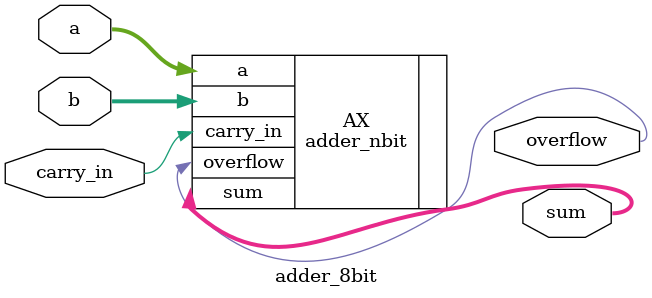
<source format=sv>

module adder_8bit
(
	input wire [7:0] a,
	input wire [7:0] b,
	input wire carry_in,
	output wire [7:0] sum,
	output wire overflow
);

	// STUDENT: Fill in the correct port map with parameter override syntax for using your n-bit ripple carry adder design to be an 8-bit ripple carry adder design
	adder_nbit #(8) AX (.a(a),.b(b),.carry_in(carry_in),.sum(sum),.overflow(overflow));
endmodule

</source>
